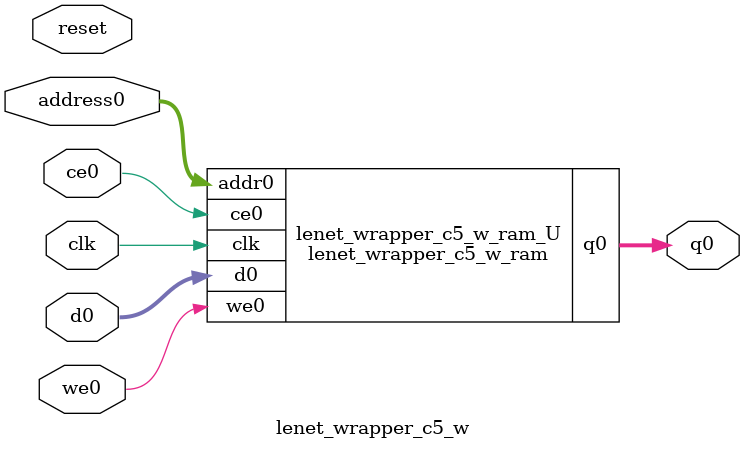
<source format=v>

`timescale 1 ns / 1 ps
module lenet_wrapper_c5_w_ram (addr0, ce0, d0, we0, q0,  clk);

parameter DWIDTH = 32;
parameter AWIDTH = 16;
parameter MEM_SIZE = 48000;

input[AWIDTH-1:0] addr0;
input ce0;
input[DWIDTH-1:0] d0;
input we0;
output reg[DWIDTH-1:0] q0;
input clk;

(* ram_style = "block" *)reg [DWIDTH-1:0] ram[0:MEM_SIZE-1];




always @(posedge clk)  
begin 
    if (ce0) 
    begin
        if (we0) 
        begin 
            ram[addr0] <= d0; 
            q0 <= d0;
        end 
        else 
            q0 <= ram[addr0];
    end
end


endmodule


`timescale 1 ns / 1 ps
module lenet_wrapper_c5_w(
    reset,
    clk,
    address0,
    ce0,
    we0,
    d0,
    q0);

parameter DataWidth = 32'd32;
parameter AddressRange = 32'd48000;
parameter AddressWidth = 32'd16;
input reset;
input clk;
input[AddressWidth - 1:0] address0;
input ce0;
input we0;
input[DataWidth - 1:0] d0;
output[DataWidth - 1:0] q0;



lenet_wrapper_c5_w_ram lenet_wrapper_c5_w_ram_U(
    .clk( clk ),
    .addr0( address0 ),
    .ce0( ce0 ),
    .d0( d0 ),
    .we0( we0 ),
    .q0( q0 ));

endmodule


</source>
